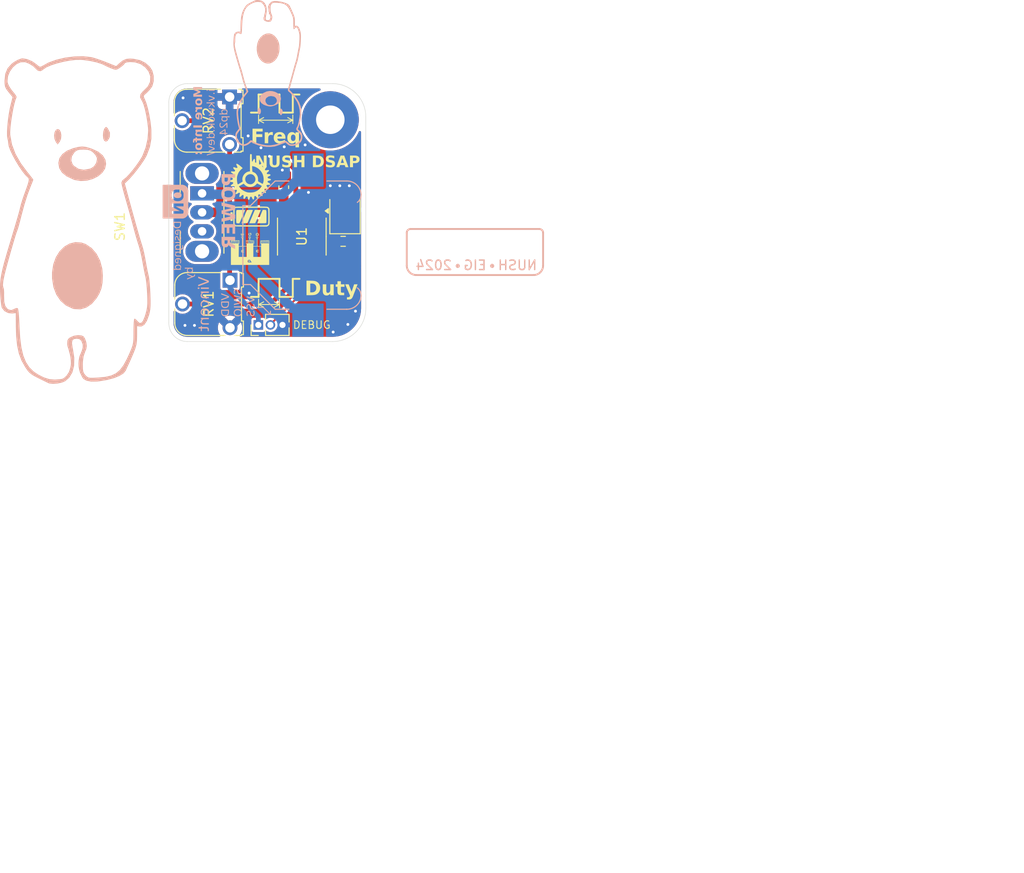
<source format=kicad_pcb>
(kicad_pcb (version 20240108) (generator "pcbnew") (generator_version "8.0")
  (title_block (title "555Sandbox") (date "2024-05-6") (rev "1.0.0") (company "EIG"))
  (layers (0 "F.Cu" signal) (31 "B.Cu" signal) (34 "B.Paste" user) (35 "F.Paste" user) (36 "B.SilkS" user "B.Silkscreen") (37 "F.SilkS" user "F.Silkscreen") (38 "B.Mask" user) (39 "F.Mask" user) (44 "Edge.Cuts" user))
  (net 0 "")
  (net 1 "VCC")
  (net 2 "GND")
  (net 3 "/DUTY")
  (net 4 "/FREQ")
  (net 5 "/OUT")
  (net 6 "Net-(D1-K)")
  (net 8 "+BATT")
  (net 11 "/SWIO")
  (footprint "Package_SO:SOP-8_3.9x4.9mm_P1.27mm" (layer "F.Cu") (at 88.95 83 -90)
    (property "Reference" "U1" (at 0 0 -90) (layer "F.SilkS"))
    (property "Value" "CH32V003JxMx")
    (pad "1" smd roundrect (at -2.625 -1.905 270) (size 1.65 0.6) (layers "F.Cu" "F.Paste" "F.Mask") (net 5 "/OUT"))
    (pad "2" smd roundrect (at -2.625 -0.635 270) (size 1.65 0.6) (layers "F.Cu" "F.Paste" "F.Mask") (net 2 "GND"))
    (pad "3" smd roundrect (at -2.625 0.635 270) (size 1.65 0.6) (layers "F.Cu" "F.Paste" "F.Mask") (net 4 "/FREQ"))
    (pad "4" smd roundrect (at -2.625 1.905 270) (size 1.65 0.6) (layers "F.Cu" "F.Paste" "F.Mask") (net 1 "VCC"))
    (pad "5" smd roundrect (at 2.625 1.905 270) (size 1.65 0.6) (layers "F.Cu" "F.Paste" "F.Mask"))
    (pad "6" smd roundrect (at 2.625 0.635 270) (size 1.65 0.6) (layers "F.Cu" "F.Paste" "F.Mask"))
    (pad "7" smd roundrect (at 2.625 -0.635 270) (size 1.65 0.6) (layers "F.Cu" "F.Paste" "F.Mask") (net 3 "/DUTY"))
    (pad "8" smd roundrect (at 2.625 -1.905 270) (size 1.65 0.6) (layers "F.Cu" "F.Paste" "F.Mask") (net 11 "/SWIO"))
  )
  (footprint "LED_SMD:LED_PLCC_2835" (layer "F.Cu") (at 93.5 80.5 90)
    (property "Reference" "D1" (hide yes))
    (property "Value" "LED")
    (pad "1" smd rect (at -0.9 0 90) (size 2.2 2.2) (layers "F.Cu" "F.Paste" "F.Mask") (net 6 "Net-(D1-K)"))
    (pad "2" smd rect (at 1.375 0 90) (size 1.25 2.2) (layers "F.Cu" "F.Paste" "F.Mask") (net 5 "/OUT"))
  )
  (footprint "Connector_PinHeader_1.27mm:PinHeader_1x03_P1.27mm_Vertical" (layer "F.Cu") (at 84.375 92.3 90)
    (property "Reference" "J1" (hide yes))
    (property "Value" "DEBUG" (at 0 5.625 0) (layer "F.SilkS") (effects (font (size 0.8 0.8) (thickness 0.1))))
    (pad "1" thru_hole rect (at 0 0 90) (size 1 1) (drill 0.65) (layers "*.Cu" "*.Mask") (net 1 "VCC"))
    (pad "2" thru_hole oval (at 0 1.27 90) (size 1 1) (drill 0.65) (layers "*.Cu" "*.Mask") (net 11 "/SWIO"))
    (pad "3" thru_hole oval (at 0 2.54 90) (size 1 1) (drill 0.65) (layers "*.Cu" "*.Mask") (net 2 "GND"))
  )
  (footprint "footprints:Bear_40" (layer "F.Cu") (at 67.55 78.65)
    (property "Reference" "G***" (hide yes))
    (property "Value" "LOGO" (hide yes))
  )
  (footprint "footprints:EIG" (layer "F.Cu") (at 81.454175 86 90)
    (property "Reference" "REF**" (hide yes))
    (property "Value" "EIG" (hide yes))
  )
  (footprint "Resistor_SMD:R_0603_1608Metric" (layer "F.Cu") (at 93.3 83.5 180)
    (property "Reference" "R5" (hide yes))
    (property "Value" "200")
    (pad "1" smd roundrect (at -0.825 0 180) (size 0.8 0.95) (layers "F.Cu" "F.Paste" "F.Mask") (net 6 "Net-(D1-K)"))
    (pad "2" smd roundrect (at 0.825 0 180) (size 0.8 0.95) (layers "F.Cu" "F.Paste" "F.Mask") (net 2 "GND"))
  )
  (footprint "Button_Switch_THT:SW_Slide_SPDT_Angled_CK_OS102011MA1Q" (layer "F.Cu") (at 78.45 78.45 -90)
    (property "Reference" "SW1" (at 3.5 8.65 90) (layer "F.SilkS"))
    (property "Value" "SW_SPDT")
    (pad "" thru_hole oval (at -2.1 0 270) (size 2.2 3.5) (drill 1.5) (layers "*.Cu" "*.Mask"))
    (pad "" thru_hole oval (at 6.1 0 270) (size 2.2 3.5) (drill 1.5) (layers "*.Cu" "*.Mask"))
    (pad "1" thru_hole rect (at 0 0 270) (size 1.5 2.5) (drill 0.9) (layers "*.Cu" "*.Mask") (net 8 "+BATT"))
    (pad "2" thru_hole oval (at 2 0 270) (size 1.5 2.5) (drill 0.9) (layers "*.Cu" "*.Mask") (net 1 "VCC"))
    (pad "3" thru_hole oval (at 4 0 270) (size 1.5 2.5) (drill 0.9) (layers "*.Cu" "*.Mask"))
  )
  (footprint "Capacitor_SMD:C_0603_1608Metric" (layer "F.Cu") (at 87.05 77.8 90)
    (property "Reference" "C1" (hide yes))
    (property "Value" "0.1uF")
    (pad "1" smd roundrect (at -0.775 0 90) (size 0.9 0.95) (layers "F.Cu" "F.Paste" "F.Mask") (net 1 "VCC"))
    (pad "2" smd roundrect (at 0.775 0 90) (size 0.9 0.95) (layers "F.Cu" "F.Paste" "F.Mask") (net 2 "GND"))
  )
  (footprint "Potentiometer_THT:Potentiometer_Runtron_RM-065_Vertical" (layer "F.Cu") (at 81.35 68.3 -90)
    (property "Reference" "RV2" (at 2.5 2.24 90) (layer "F.SilkS"))
    (property "Value" "1M")
    (pad "1" thru_hole rect (at 0 0 270) (size 1.56 1.56) (drill 1) (layers "*.Cu" "*.Mask") (net 2 "GND"))
    (pad "2" thru_hole circle (at 2.5 5 270) (size 1.56 1.56) (drill 1) (layers "*.Cu" "*.Mask") (net 4 "/FREQ"))
    (pad "3" thru_hole circle (at 5 0 270) (size 1.56 1.56) (drill 1) (layers "*.Cu" "*.Mask") (net 1 "VCC"))
  )
  (footprint "MountingHole:MountingHole_3mm_Pad" (layer "F.Cu") (at 91.95 70.7)
    (property "Reference" "H1" (hide yes))
    (property "Value" "MountingHole_Pad")
    (pad "1" thru_hole circle (at 0 0) (size 6 6) (drill 3) (layers "*.Cu" "*.Mask"))
  )
  (footprint "Potentiometer_THT:Potentiometer_Runtron_RM-065_Vertical" (layer "F.Cu") (at 81.39 87.6 -90)
    (property "Reference" "RV1" (at 2.5 2.24 90) (layer "F.SilkS"))
    (property "Value" "1M")
    (pad "1" thru_hole rect (at 0 0 270) (size 1.56 1.56) (drill 1) (layers "*.Cu" "*.Mask") (net 1 "VCC"))
    (pad "2" thru_hole circle (at 2.5 5 270) (size 1.56 1.56) (drill 1) (layers "*.Cu" "*.Mask") (net 3 "/DUTY"))
    (pad "3" thru_hole circle (at 5 0 270) (size 1.56 1.56) (drill 1) (layers "*.Cu" "*.Mask") (net 2 "GND"))
  )
  (footprint "Battery:BatteryHolder_Keystone_3000_1x12mm" (layer "B.Cu") (at 89.595 83.9 -90)
    (property "Reference" "BT1" (hide yes))
    (property "Value" "Battery_Cell")
    (pad "1" smd rect (at -7.9 0 270) (size 3.5 3.3) (layers "B.Cu" "B.Paste" "B.Mask") (net 8 "+BATT"))
    (pad "1" smd rect (at 7.9 0 270) (size 3.5 3.3) (layers "B.Cu" "B.Paste" "B.Mask") (net 8 "+BATT"))
    (pad "2" smd circle (at 0 0 270) (size 10.2 10.2) (layers "B.Cu" "B.Mask") (net 2 "GND"))
  )
  (footprint "NUSHSat:v1 burden bear" (layer "B.Cu") (at 86.4 67)
    (property "Reference" "G***" (hide yes))
    (property "Value" "LOGO" (hide yes))
  )
  (gr_arc (start 114.35 86.05) (mid 114.057107 86.757107) (end 113.35 87.05) (stroke (width 0.2)) (layer "B.SilkS"))
  (gr_rect (start 74.35 77.6) (end 75.15 81.05) (stroke (width 0.1)) (fill solid) (layer "B.SilkS"))
  (gr_line (start 76.75 78.2) (end 76.75 80.45) (stroke (width 0.5)) (layer "B.SilkS"))
  (gr_arc (start 113.95 82.2) (mid 114.232843 82.317157) (end 114.35 82.6) (stroke (width 0.2)) (layer "B.SilkS"))
  (gr_line (start 100.4 82.2) (end 113.95 82.2) (stroke (width 0.2)) (layer "B.SilkS"))
  (gr_arc (start 76.75 80.45) (mid 76.632843 80.732843) (end 76.35 80.85) (stroke (width 0.5)) (layer "B.SilkS"))
  (gr_line (start 85.65 91.2) (end 85.65 90.85) (stroke (width 0.1)) (layer "B.SilkS"))
  (gr_arc (start 76.35 77.8) (mid 76.632843 77.917157) (end 76.75 78.2) (stroke (width 0.5)) (layer "B.SilkS"))
  (gr_line (start 76.35 80.85) (end 74.775 80.85) (stroke (width 0.5)) (layer "B.SilkS"))
  (gr_line (start 100 86.05) (end 100 82.6) (stroke (width 0.2)) (layer "B.SilkS"))
  (gr_arc (start 100 82.6) (mid 100.117157 82.317157) (end 100.4 82.2) (stroke (width 0.2)) (layer "B.SilkS"))
  (gr_line (start 114.35 82.6) (end 114.35 86.05) (stroke (width 0.2)) (layer "B.SilkS"))
  (gr_line (start 74.775 77.8) (end 76.35 77.8) (stroke (width 0.5)) (layer "B.SilkS"))
  (gr_line (start 113.35 87.05) (end 101.007107 87.05) (stroke (width 0.2)) (layer "B.SilkS"))
  (gr_line (start 84.9 90.45) (end 85.65 91.2) (stroke (width 0.1)) (layer "B.SilkS"))
  (gr_arc (start 101 87.05) (mid 100.292893 86.757107) (end 100 86.05) (stroke (width 0.2)) (layer "B.SilkS"))
  (gr_line (start 85.65 91.2) (end 85.25 91.2) (stroke (width 0.1)) (layer "B.SilkS"))
  (gr_line (start 84.25 90.45) (end 84.9 90.45) (stroke (width 0.1)) (layer "B.SilkS"))
  (gr_line (start 83.6 69.95) (end 84.4 69.95) (stroke (width 0.2)) (layer "F.SilkS"))
  (gr_line (start 84.4 87.45) (end 86.6 87.45) (stroke (width 0.2)) (layer "F.SilkS"))
  (gr_line (start 86.6 68.05) (end 86.6 69.95) (stroke (width 0.2)) (layer "F.SilkS"))
  (gr_line (start 84.4 89.35) (end 84.4 87.45) (stroke (width 0.2)) (layer "F.SilkS"))
  (gr_line (start 86.6 87.45) (end 86.6 89.35) (stroke (width 0.2)) (layer "F.SilkS"))
  (gr_line (start 86.6 89.35) (end 88 89.35) (stroke (width 0.2)) (layer "F.SilkS"))
  (gr_line (start 88 68.05) (end 88.7 68.05) (stroke (width 0.2)) (layer "F.SilkS"))
  (gr_line (start 84.4 68.05) (end 86.6 68.05) (stroke (width 0.2)) (layer "F.SilkS"))
  (gr_line (start 86.6 69.95) (end 88 69.95) (stroke (width 0.2)) (layer "F.SilkS"))
  (gr_line (start 88 69.95) (end 88 68.05) (stroke (width 0.2)) (layer "F.SilkS"))
  (gr_line (start 88 89.35) (end 88 87.45) (stroke (width 0.2)) (layer "F.SilkS"))
  (gr_line (start 88 87.45) (end 88.7 87.45) (stroke (width 0.2)) (layer "F.SilkS"))
  (gr_line (start 84.4 69.95) (end 84.4 68.05) (stroke (width 0.2)) (layer "F.SilkS"))
  (gr_line (start 83.6 89.35) (end 84.4 89.35) (stroke (width 0.2)) (layer "F.SilkS"))
  (gr_arc (start 76.9 94.05) (mid 75.521142 93.478858) (end 74.95 92.1) (stroke (width 0.05)) (layer "Edge.Cuts"))
  (gr_arc (start 95.691845 90.548952) (mid 94.667089 93.024503) (end 92.191845 94.05) (stroke (width 0.05)) (layer "Edge.Cuts"))
  (gr_line (start 95.691845 90.548952) (end 95.685811 70.4) (stroke (width 0.05)) (layer "Edge.Cuts"))
  (gr_arc (start 92.185811 66.9) (mid 94.660685 67.925126) (end 95.685811 70.4) (stroke (width 0.05)) (layer "Edge.Cuts"))
  (gr_line (start 74.95 92.1) (end 74.95 68.85) (stroke (width 0.05)) (layer "Edge.Cuts"))
  (gr_line (start 92.191845 94.05) (end 76.9 94.05) (stroke (width 0.05)) (layer "Edge.Cuts"))
  (gr_arc (start 74.95 68.85) (mid 75.521142 67.471142) (end 76.9 66.9) (stroke (width 0.05)) (layer "Edge.Cuts"))
  (gr_line (start 76.9 66.9) (end 92.185811 66.9) (stroke (width 0.05)) (layer "Edge.Cuts"))
  (gr_text "More Info:" (at 78.6 70.8 90) (layer "B.SilkS") (effects (font (size 0.9 0.9) (thickness 0.225) (bold yes)) (justify bottom mirror)))
  (gr_text "Designed" (at 75.9 86.6 90) (layer "B.SilkS") (effects (font (size 0.8 0.8) (thickness 0.125)) (justify right mirror)))
  (gr_text "i.vkwok.dev/\ndp24" (at 81.25 70.95 90) (layer "B.SilkS") (effects (font (size 0.8 0.8) (thickness 0.1)) (justify bottom mirror)))
  (gr_text "by" (at 77.15 87.55 90) (layer "B.SilkS") (effects (font (size 0.8 0.8) (thickness 0.125)) (justify right mirror)))
  (gr_text "ON" (at 76.7 79.35 90) (layer "B.SilkS" knockout) (effects (font (size 1.2 1.2) (thickness 0.24) (bold yes)) (justify bottom mirror)))
  (gr_text "POWER" (at 81.35 80.3 90) (layer "B.SilkS") (effects (font (size 1.4 1.4) (thickness 0.3) (bold yes) (italic yes)) (justify mirror)))
  (gr_text "VDD\nSWIO\nVSS" (at 84.1 91.45 90) (layer "B.SilkS") (effects (font (size 0.8 0.8) (thickness 0.1875)) (justify right bottom mirror)))
  (gr_text "NUSH•EIG•2024" (at 113.8 86.6 0) (layer "B.SilkS") (effects (font (size 1 1)) (justify left bottom mirror)))
  (gr_text "Vincent" (at 79.35 87.2 90) (layer "B.SilkS") (effects (font (size 1.1 1.1) (thickness 0.1875)) (justify left bottom mirror)))
  (gr_text "Freq" (at 86.2 72.55 0) (layer "F.SilkS") (effects (font (size 1.5 1.5) (thickness 0.26) (bold yes))))
  (gr_text "NUSH DSAP" (at 95.1 75.9 0) (layer "F.SilkS") (effects (font (size 1.2 1.2) (thickness 0.3) (bold yes)) (justify right bottom)))
  (gr_text "Duty" (at 89.25 88.55 0) (layer "F.SilkS") (effects (font (size 1.5 1.5) (thickness 0.26) (bold yes)) (justify left)))
  (dimension (type aligned) (layer "F.SilkS") (pts (xy 84.4 69.95) (xy 88 69.95)) (height 0.8) (gr_text " mm" (at 84.4 70.75 0) (layer "F.SilkS") (effects (font (size 0.0254 0.0254)))) (format (prefix "") (suffix "") (units 3) (units_format 1) (precision 4) (override_value "")) (style (thickness 0.1) (arrow_length 0.6) (text_position_mode 2) (extension_height 0.35) (extension_offset 0.25) keep_text_aligned))
  (dimension (type aligned) (layer "F.SilkS") (pts (xy 84.4 89.35) (xy 86.6 89.35)) (height 0.8) (gr_text " in" (at 86.6 90.15 0) (layer "F.SilkS") (effects (font (size 0.0254 0.0254) (thickness 0.1)))) (format (prefix "") (suffix "") (units 0) (units_format 1) (precision 4) (override_value "")) (style (thickness 0.1) (arrow_length 0.6) (text_position_mode 2) (extension_height 0.35) (extension_offset 0.25) keep_text_aligned))
  (segment (start 86.97 80.45) (end 87.045 80.375) (width 1) (layer "F.Cu") (net 1))
  (segment (start 81.35 73.3) (end 81.35 87.56) (width 0.5) (layer "F.Cu") (net 1))
  (segment (start 78.45 80.45) (end 86.97 80.45) (width 1) (layer "F.Cu") (net 1))
  (segment (start 87.045 80.375) (end 87.045 78.58) (width 1) (layer "F.Cu") (net 1))
  (segment (start 81.35 87.56) (end 81.39 87.6) (width 0.5) (layer "F.Cu") (net 1))
  (segment (start 81.5 87.49) (end 81.39 87.6) (width 1) (layer "F.Cu") (net 1))
  (segment (start 84.375 91.425) (end 84.375 92.3) (width 0.5) (layer "B.Cu") (net 1))
  (segment (start 81.39 87.6) (end 81.39 88.44) (width 0.5) (layer "B.Cu") (net 1))
  (segment (start 81.39 88.44) (end 84.375 91.425) (width 0.5) (layer "B.Cu") (net 1))
  (via (at 84.65 73.65) (size 0.6) (drill 0.3) (layers "F.Cu" "B.Cu") (net 2))
  (via (at 94.6 90.85) (size 0.6) (drill 0.3) (layers "F.Cu" "B.Cu") (net 2))
  (via (at 87.1 73.55) (size 0.6) (drill 0.3) (layers "F.Cu" "B.Cu") (net 2))
  (via (at 92.95 77.65) (size 0.6) (drill 0.3) (layers "F.Cu" "B.Cu") (net 2))
  (via (at 86.9 76) (size 0.6) (drill 0.3) (layers "F.Cu" "B.Cu") (net 2))
  (via (at 76.45 68.4) (size 0.6) (drill 0.3) (layers "F.Cu" "B.Cu") (net 2))
  (via (at 91.95 77.65) (size 0.6) (drill 0.3) (layers "F.Cu" "B.Cu") (net 2))
  (via (at 83.4 88.95) (size 0.6) (drill 0.3) (layers "F.Cu" "B.Cu") (net 2))
  (via (at 77.65 92.35) (size 0.6) (drill 0.3) (layers "F.Cu" "B.Cu") (net 2))
  (via (at 93.95 77.65) (size 0.6) (drill 0.3) (layers "F.Cu" "B.Cu") (net 2))
  (via (at 92.25 93.05) (size 0.6) (drill 0.3) (layers "F.Cu" "B.Cu") (net 2))
  (via (at 76.65 92.35) (size 0.6) (drill 0.3) (layers "F.Cu" "B.Cu") (net 2))
  (via (at 89.3 73.35) (size 0.6) (drill 0.3) (layers "F.Cu" "B.Cu") (net 2))
  (via (at 89.65 78.35) (size 0.6) (drill 0.3) (layers "F.Cu" "B.Cu") (net 2))
  (via (at 85.55 74.55) (size 0.6) (drill 0.3) (layers "F.Cu" "B.Cu") (net 2))
  (via (at 93.8 92.25) (size 0.6) (drill 0.3) (layers "F.Cu" "B.Cu") (net 2))
  (via (at 83.3 72.4) (size 0.6) (drill 0.3) (layers "F.Cu" "B.Cu") (net 2))
  (segment (start 76.39 90.1) (end 85.65 90.1) (width 0.5) (layer "F.Cu") (net 3))
  (segment (start 85.65 90.1) (end 89.585 86.165) (width 0.5) (layer "F.Cu") (net 3))
  (segment (start 89.585 86.165) (end 89.585 85.625) (width 0.5) (layer "F.Cu") (net 3))
  (segment (start 83.1 70.8) (end 88.315 76.015) (width 0.5) (layer "F.Cu") (net 4))
  (segment (start 76.35 70.8) (end 83.1 70.8) (width 0.5) (layer "F.Cu") (net 4))
  (segment (start 88.315 76.015) (end 88.315 80.375) (width 0.5) (layer "F.Cu") (net 4))
  (segment (start 94.125 82.375) (end 93.2 81.45) (width 0.5) (layer "F.Cu") (net 6))
  (segment (start 94.125 83.5) (end 94.125 82.375) (width 0.5) (layer "F.Cu") (net 6))
  (segment (start 89.5 76) (end 86.95 78.55) (width 1) (layer "B.Cu") (net 8))
  (segment (start 87.95 90.55) (end 89.15 90.55) (width 1) (layer "B.Cu") (net 8))
  (segment (start 86.95 78.55) (end 78.55 78.55) (width 1) (layer "B.Cu") (net 8))
  (segment (start 83.795 86.395) (end 83.795 78.55) (width 1) (layer "B.Cu") (net 8))
  (segment (start 78.55 78.55) (end 78.45 78.45) (width 1) (layer "B.Cu") (net 8))
  (segment (start 87.223235 89.823235) (end 87.95 90.55) (width 1) (layer "B.Cu") (net 8))
  (segment (start 87.223235 89.823235) (end 83.795 86.395) (width 1) (layer "B.Cu") (net 8))
  (segment (start 85.645 92.25) (end 90.855 87.04) (width 0.2) (layer "F.Cu") (net 11))
  (segment (start 90.855 87.04) (end 90.855 85.775) (width 0.2) (layer "F.Cu") (net 11))
  (zone (net 5) (net_name "/OUT") (layer "F.Cu") (priority 1) (connect_pads thru_hole_only (clearance 0.25)) (min_thickness 0.25) (fill yes (thermal_gap 0.5) (thermal_bridge_width 0.5))
    (polygon (pts (xy 93.5 81.3) (xy 93.5 80.05) (xy 95.2 80.05) (xy 95.2 78.3) (xy 90.3 78.3) (xy 90.3 81.3)))
  )
  (zone (net 2) (net_name "GND") (layers "F&B.Cu") (connect_pads thru_hole_only (clearance 0.25)) (min_thickness 0.25) (fill yes (thermal_gap 0.5) (thermal_bridge_width 0.8))
    (polygon (pts (xy 65 60) (xy 165 60) (xy 165 150) (xy 65 150)))
  )
)
</source>
